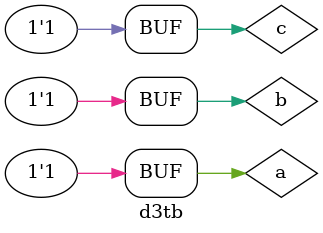
<source format=v>
`timescale 1ns / 1ps


module d3tb;

	// Inputs
	reg a;
	reg b;
	reg c;

	// Outputs
	wire [7:0] dout;

	// Instantiate the Unit Under Test (UUT)
	d3 uut (
		.a(a), 
		.b(b), 
		.c(c), 
		.dout(dout)
	);
	initial begin
	$monitor("$time=$g,a=%b,b=%b,c=%b,dout=%dout",$time,a,b,c,dout);
	end
	initial begin
		// Initialize Inputs
		a = 0;
		b = 0;
		c = 0;

		// Wait 100 ns for global reset to finish
		#100;a = 0;
		b = 0;
		c = 1;
		#100;a = 0;
		b = 1;
		c = 0;
		#100;a = 0;
		b = 1;
		c = 1;
		#100;a = 1;
		b = 0;
		c = 0;
		#100;a = 1;
		b = 0;
		c = 1;
		#100;a = 1;
		b = 1;
		c = 0;
		#100;a = 1;
		b = 1;
		c = 1;  
		// Add stimulus here

	end
      
endmodule


</source>
